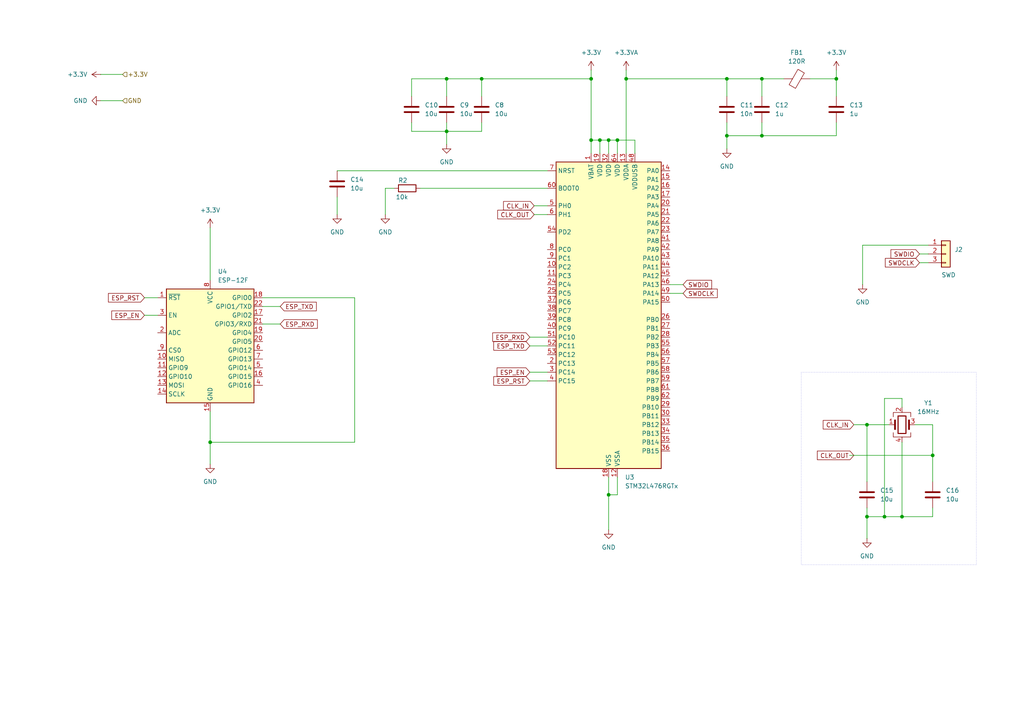
<source format=kicad_sch>
(kicad_sch (version 20231120) (generator "eeschema") (generator_version "8.0")
  (paper "A4")
  (lib_symbols
    (symbol "Connector_Generic:Conn_01x03" (pin_names (offset 1.016) hide)
      (property "Reference" "J" (at 0 5.08 0))
      (property "Value" "Conn_01x03" (at 0 -5.08 0))
      (symbol "Conn_01x03_1_1"
        (rectangle (start -1.27 -2.413) (end 0 -2.667) (stroke (width 0.1524)))
        (rectangle (start -1.27 0.127) (end 0 -0.127) (stroke (width 0.1524)))
        (rectangle (start -1.27 2.667) (end 0 2.413) (stroke (width 0.1524)))
        (rectangle (start -1.27 3.81) (end 1.27 -3.81) (stroke (width 0.254)) (fill (type background)))
        (pin passive line (at -5.08 2.54 0) (length 3.81) (name "Pin_1") (number "1"))
        (pin passive line (at -5.08 0 0) (length 3.81) (name "Pin_2") (number "2"))
        (pin passive line (at -5.08 -2.54 0) (length 3.81) (name "Pin_3") (number "3"))
      )
    )
    (symbol "Device:C" (pin_numbers hide) (pin_names (offset 0.254))
      (property "Reference" "C" (at 0.635 2.54 0))
      (property "Value" "C" (at 0.635 -2.54 0))
      (symbol "C_0_1"
        (polyline (pts (xy -2.032 -0.762) (xy 2.032 -0.762)) (stroke (width 0.508)))
        (polyline (pts (xy -2.032 0.762) (xy 2.032 0.762)) (stroke (width 0.508)))
      )
      (symbol "C_1_1"
        (pin passive line (at 0 3.81 270) (length 2.794) (name "~") (number "1"))
        (pin passive line (at 0 -3.81 90) (length 2.794) (name "~") (number "2"))
      )
    )
    (symbol "Device:Crystal_GND24" (pin_names (offset 1.016) hide)
      (property "Reference" "Y" (at 3.175 5.08 0))
      (property "Value" "Crystal_GND24" (at 3.175 3.175 0))
      (symbol "Crystal_GND24_0_1"
        (rectangle (start -1.143 2.54) (end 1.143 -2.54) (stroke (width 0.3048)))
        (polyline (pts (xy -2.54 0) (xy -2.032 0)))
        (polyline (pts (xy -2.032 -1.27) (xy -2.032 1.27)) (stroke (width 0.508)))
        (polyline (pts (xy 0 -3.81) (xy 0 -3.556)))
        (polyline (pts (xy 0 3.556) (xy 0 3.81)))
        (polyline (pts (xy 2.032 -1.27) (xy 2.032 1.27)) (stroke (width 0.508)))
        (polyline (pts (xy 2.032 0) (xy 2.54 0)))
        (polyline (pts (xy -2.54 -2.286) (xy -2.54 -3.556) (xy 2.54 -3.556) (xy 2.54 -2.286)))
        (polyline (pts (xy -2.54 2.286) (xy -2.54 3.556) (xy 2.54 3.556) (xy 2.54 2.286)))
      )
      (symbol "Crystal_GND24_1_1"
        (pin passive line (at -3.81 0 0) (length 1.27) (name "1") (number "1"))
        (pin passive line (at 0 5.08 270) (length 1.27) (name "2") (number "2"))
        (pin passive line (at 3.81 0 180) (length 1.27) (name "3") (number "3"))
        (pin passive line (at 0 -5.08 90) (length 1.27) (name "4") (number "4"))
      )
    )
    (symbol "Device:FerriteBead" (pin_numbers hide) (pin_names (offset 0))
      (property "Reference" "FB" (at -3.81 0.635 90))
      (property "Value" "FerriteBead" (at 3.81 0 90))
      (symbol "FerriteBead_0_1"
        (polyline (pts (xy 0 -1.27) (xy 0 -1.2192)))
        (polyline (pts (xy 0 1.27) (xy 0 1.2954)))
        (polyline (pts (xy -2.7686 0.4064) (xy -1.7018 2.2606) (xy 2.7686 -0.3048) (xy 1.6764 -2.159) (xy -2.7686 0.4064)))
      )
      (symbol "FerriteBead_1_1"
        (pin passive line (at 0 3.81 270) (length 2.54) (name "~") (number "1"))
        (pin passive line (at 0 -3.81 90) (length 2.54) (name "~") (number "2"))
      )
    )
    (symbol "Device:R" (pin_numbers hide) (pin_names (offset 0))
      (property "Reference" "R" (at 2.032 0 90))
      (property "Value" "R" (at 0 0 90))
      (symbol "R_0_1"
        (rectangle (start -1.016 -2.54) (end 1.016 2.54) (stroke (width 0.254)))
      )
      (symbol "R_1_1"
        (pin passive line (at 0 3.81 270) (length 1.27) (name "~") (number "1"))
        (pin passive line (at 0 -3.81 90) (length 1.27) (name "~") (number "2"))
      )
    )
    (symbol "MCU_ST_STM32L4:STM32L476RGTx"
      (property "Reference" "U" (at -15.24 46.99 0))
      (property "Value" "STM32L476RGTx" (at 10.16 46.99 0))
      (symbol "STM32L476RGTx_0_1"
        (rectangle (start -15.24 -43.18) (end 15.24 45.72) (stroke (width 0.254)) (fill (type background)))
      )
      (symbol "STM32L476RGTx_1_1"
        (pin power_in line (at -5.08 48.26 270) (length 2.54) (name "VBAT") (number "1"))
        (pin bidirectional line (at -17.78 15.24 0) (length 2.54) (name "PC2") (number "10"))
        (pin bidirectional line (at -17.78 12.7 0) (length 2.54) (name "PC3") (number "11"))
        (pin power_in line (at 2.54 -45.72 90) (length 2.54) (name "VSSA") (number "12"))
        (pin power_in line (at 5.08 48.26 270) (length 2.54) (name "VDDA") (number "13"))
        (pin bidirectional line (at 17.78 43.18 180) (length 2.54) (name "PA0") (number "14"))
        (pin bidirectional line (at 17.78 40.64 180) (length 2.54) (name "PA1") (number "15"))
        (pin bidirectional line (at 17.78 38.1 180) (length 2.54) (name "PA2") (number "16"))
        (pin bidirectional line (at 17.78 35.56 180) (length 2.54) (name "PA3") (number "17"))
        (pin power_in line (at 0 -45.72 90) (length 2.54) (name "VSS") (number "18"))
        (pin power_in line (at -2.54 48.26 270) (length 2.54) (name "VDD") (number "19"))
        (pin bidirectional line (at -17.78 -12.7 0) (length 2.54) (name "PC13") (number "2"))
        (pin bidirectional line (at 17.78 33.02 180) (length 2.54) (name "PA4") (number "20"))
        (pin bidirectional line (at 17.78 30.48 180) (length 2.54) (name "PA5") (number "21"))
        (pin bidirectional line (at 17.78 27.94 180) (length 2.54) (name "PA6") (number "22"))
        (pin bidirectional line (at 17.78 25.4 180) (length 2.54) (name "PA7") (number "23"))
        (pin bidirectional line (at -17.78 10.16 0) (length 2.54) (name "PC4") (number "24"))
        (pin bidirectional line (at -17.78 7.62 0) (length 2.54) (name "PC5") (number "25"))
        (pin bidirectional line (at 17.78 0 180) (length 2.54) (name "PB0") (number "26"))
        (pin bidirectional line (at 17.78 -2.54 180) (length 2.54) (name "PB1") (number "27"))
        (pin bidirectional line (at 17.78 -5.08 180) (length 2.54) (name "PB2") (number "28"))
        (pin bidirectional line (at 17.78 -25.4 180) (length 2.54) (name "PB10") (number "29"))
        (pin bidirectional line (at -17.78 -15.24 0) (length 2.54) (name "PC14") (number "3"))
        (pin bidirectional line (at 17.78 -27.94 180) (length 2.54) (name "PB11") (number "30"))
        (pin passive line (at 0 -45.72 90) (length 2.54) hide (name "VSS") (number "31"))
        (pin power_in line (at 0 48.26 270) (length 2.54) (name "VDD") (number "32"))
        (pin bidirectional line (at 17.78 -30.48 180) (length 2.54) (name "PB12") (number "33"))
        (pin bidirectional line (at 17.78 -33.02 180) (length 2.54) (name "PB13") (number "34"))
        (pin bidirectional line (at 17.78 -35.56 180) (length 2.54) (name "PB14") (number "35"))
        (pin bidirectional line (at 17.78 -38.1 180) (length 2.54) (name "PB15") (number "36"))
        (pin bidirectional line (at -17.78 5.08 0) (length 2.54) (name "PC6") (number "37"))
        (pin bidirectional line (at -17.78 2.54 0) (length 2.54) (name "PC7") (number "38"))
        (pin bidirectional line (at -17.78 0 0) (length 2.54) (name "PC8") (number "39"))
        (pin bidirectional line (at -17.78 -17.78 0) (length 2.54) (name "PC15") (number "4"))
        (pin bidirectional line (at -17.78 -2.54 0) (length 2.54) (name "PC9") (number "40"))
        (pin bidirectional line (at 17.78 22.86 180) (length 2.54) (name "PA8") (number "41"))
        (pin bidirectional line (at 17.78 20.32 180) (length 2.54) (name "PA9") (number "42"))
        (pin bidirectional line (at 17.78 17.78 180) (length 2.54) (name "PA10") (number "43"))
        (pin bidirectional line (at 17.78 15.24 180) (length 2.54) (name "PA11") (number "44"))
        (pin bidirectional line (at 17.78 12.7 180) (length 2.54) (name "PA12") (number "45"))
        (pin bidirectional line (at 17.78 10.16 180) (length 2.54) (name "PA13") (number "46"))
        (pin passive line (at 0 -45.72 90) (length 2.54) hide (name "VSS") (number "47"))
        (pin power_in line (at 7.62 48.26 270) (length 2.54) (name "VDDUSB") (number "48"))
        (pin bidirectional line (at 17.78 7.62 180) (length 2.54) (name "PA14") (number "49"))
        (pin bidirectional line (at -17.78 33.02 0) (length 2.54) (name "PH0") (number "5"))
        (pin bidirectional line (at 17.78 5.08 180) (length 2.54) (name "PA15") (number "50"))
        (pin bidirectional line (at -17.78 -5.08 0) (length 2.54) (name "PC10") (number "51"))
        (pin bidirectional line (at -17.78 -7.62 0) (length 2.54) (name "PC11") (number "52"))
        (pin bidirectional line (at -17.78 -10.16 0) (length 2.54) (name "PC12") (number "53"))
        (pin bidirectional line (at -17.78 25.4 0) (length 2.54) (name "PD2") (number "54"))
        (pin bidirectional line (at 17.78 -7.62 180) (length 2.54) (name "PB3") (number "55"))
        (pin bidirectional line (at 17.78 -10.16 180) (length 2.54) (name "PB4") (number "56"))
        (pin bidirectional line (at 17.78 -12.7 180) (length 2.54) (name "PB5") (number "57"))
        (pin bidirectional line (at 17.78 -15.24 180) (length 2.54) (name "PB6") (number "58"))
        (pin bidirectional line (at 17.78 -17.78 180) (length 2.54) (name "PB7") (number "59"))
        (pin bidirectional line (at -17.78 30.48 0) (length 2.54) (name "PH1") (number "6"))
        (pin input line (at -17.78 38.1 0) (length 2.54) (name "BOOT0") (number "60"))
        (pin bidirectional line (at 17.78 -20.32 180) (length 2.54) (name "PB8") (number "61"))
        (pin bidirectional line (at 17.78 -22.86 180) (length 2.54) (name "PB9") (number "62"))
        (pin passive line (at 0 -45.72 90) (length 2.54) hide (name "VSS") (number "63"))
        (pin power_in line (at 2.54 48.26 270) (length 2.54) (name "VDD") (number "64"))
        (pin input line (at -17.78 43.18 0) (length 2.54) (name "NRST") (number "7"))
        (pin bidirectional line (at -17.78 20.32 0) (length 2.54) (name "PC0") (number "8"))
        (pin bidirectional line (at -17.78 17.78 0) (length 2.54) (name "PC1") (number "9"))
      )
    )
    (symbol "RF_Module:ESP-12F"
      (property "Reference" "U" (at -12.7 19.05 0))
      (property "Value" "ESP-12F" (at 12.7 19.05 0))
      (symbol "ESP-12F_0_1"
        (rectangle (start -12.7 17.78) (end 12.7 -15.24) (stroke (width 0.254)) (fill (type background)))
      )
      (symbol "ESP-12F_1_1"
        (pin input line (at -15.24 15.24 0) (length 2.54) (name "~{RST}") (number "1"))
        (pin bidirectional line (at -15.24 -2.54 0) (length 2.54) (name "MISO") (number "10"))
        (pin bidirectional line (at -15.24 -5.08 0) (length 2.54) (name "GPIO9") (number "11"))
        (pin bidirectional line (at -15.24 -7.62 0) (length 2.54) (name "GPIO10") (number "12"))
        (pin bidirectional line (at -15.24 -10.16 0) (length 2.54) (name "MOSI") (number "13"))
        (pin bidirectional line (at -15.24 -12.7 0) (length 2.54) (name "SCLK") (number "14"))
        (pin power_in line (at 0 -17.78 90) (length 2.54) (name "GND") (number "15"))
        (pin bidirectional line (at 15.24 -7.62 180) (length 2.54) (name "GPIO15") (number "16"))
        (pin bidirectional line (at 15.24 10.16 180) (length 2.54) (name "GPIO2") (number "17"))
        (pin bidirectional line (at 15.24 15.24 180) (length 2.54) (name "GPIO0") (number "18"))
        (pin bidirectional line (at 15.24 5.08 180) (length 2.54) (name "GPIO4") (number "19"))
        (pin input line (at -15.24 5.08 0) (length 2.54) (name "ADC") (number "2"))
        (pin bidirectional line (at 15.24 2.54 180) (length 2.54) (name "GPIO5") (number "20"))
        (pin bidirectional line (at 15.24 7.62 180) (length 2.54) (name "GPIO3/RXD") (number "21"))
        (pin bidirectional line (at 15.24 12.7 180) (length 2.54) (name "GPIO1/TXD") (number "22"))
        (pin input line (at -15.24 10.16 0) (length 2.54) (name "EN") (number "3"))
        (pin bidirectional line (at 15.24 -10.16 180) (length 2.54) (name "GPIO16") (number "4"))
        (pin bidirectional line (at 15.24 -5.08 180) (length 2.54) (name "GPIO14") (number "5"))
        (pin bidirectional line (at 15.24 0 180) (length 2.54) (name "GPIO12") (number "6"))
        (pin bidirectional line (at 15.24 -2.54 180) (length 2.54) (name "GPIO13") (number "7"))
        (pin power_in line (at 0 20.32 270) (length 2.54) (name "VCC") (number "8"))
        (pin input line (at -15.24 0 0) (length 2.54) (name "CS0") (number "9"))
      )
    )
    (symbol "power:+3.3V" (power) (pin_numbers hide) (pin_names (offset 0) hide)
      (property "Value" "+3.3V" (at 0 3.556 0))
      (symbol "+3.3V_0_1"
        (polyline (pts (xy -0.762 1.27) (xy 0 2.54)))
        (polyline (pts (xy 0 0) (xy 0 2.54)))
        (polyline (pts (xy 0 2.54) (xy 0.762 1.27)))
      )
      (symbol "+3.3V_1_1"
        (pin power_in line (at 0 0 90) (length 0) (name "~") (number "1"))
      )
    )
    (symbol "power:+3.3VA" (power) (pin_numbers hide) (pin_names (offset 0) hide)
      (property "Value" "+3.3VA" (at 0 3.556 0))
      (symbol "+3.3VA_0_1"
        (polyline (pts (xy -0.762 1.27) (xy 0 2.54)))
        (polyline (pts (xy 0 0) (xy 0 2.54)))
        (polyline (pts (xy 0 2.54) (xy 0.762 1.27)))
      )
      (symbol "+3.3VA_1_1"
        (pin power_in line (at 0 0 90) (length 0) (name "~") (number "1"))
      )
    )
    (symbol "power:GND" (power) (pin_numbers hide) (pin_names (offset 0) hide)
      (property "Value" "GND" (at 0 -3.81 0))
      (symbol "GND_0_1"
        (polyline (pts (xy 0 0) (xy 0 -1.27) (xy 1.27 -1.27) (xy 0 -2.54) (xy -1.27 -1.27) (xy 0 -1.27)))
      )
      (symbol "GND_1_1"
        (pin power_in line (at 0 0 270) (length 0) (name "~") (number "1"))
      )
    )
  )
  (junction (at 176.53 40.64))
  (junction (at 60.96 128.27))
  (junction (at 270.51 132.08))
  (junction (at 256.54 149.86))
  (junction (at 129.54 22.86))
  (junction (at 251.46 149.86))
  (junction (at 220.98 39.37))
  (junction (at 139.7 22.86))
  (junction (at 181.61 22.86))
  (junction (at 261.62 149.86))
  (junction (at 220.98 22.86))
  (junction (at 179.07 40.64))
  (junction (at 251.46 123.19))
  (junction (at 210.82 22.86))
  (junction (at 171.45 22.86))
  (junction (at 242.57 22.86))
  (junction (at 171.45 40.64))
  (junction (at 176.53 143.51))
  (junction (at 129.54 38.1))
  (junction (at 173.99 40.64))
  (junction (at 210.82 39.37))
  (wire (pts (xy 139.7 22.86) (xy 139.7 27.94)))
  (wire (pts (xy 220.98 39.37) (xy 210.82 39.37)))
  (wire (pts (xy 242.57 22.86) (xy 242.57 27.94)))
  (wire (pts (xy 176.53 143.51) (xy 176.53 153.67)))
  (wire (pts (xy 114.3 54.61) (xy 111.76 54.61)))
  (wire (pts (xy 41.91 86.36) (xy 45.72 86.36)))
  (wire (pts (xy 265.43 123.19) (xy 270.51 123.19)))
  (wire (pts (xy 139.7 22.86) (xy 171.45 22.86)))
  (wire (pts (xy 246.38 132.08) (xy 270.51 132.08)))
  (wire (pts (xy 256.54 115.57) (xy 256.54 149.86)))
  (wire (pts (xy 154.94 59.69) (xy 158.75 59.69)))
  (wire (pts (xy 181.61 22.86) (xy 181.61 44.45)))
  (wire (pts (xy 171.45 22.86) (xy 171.45 40.64)))
  (wire (pts (xy 171.45 40.64) (xy 171.45 44.45)))
  (wire (pts (xy 266.7 76.2) (xy 269.24 76.2)))
  (wire (pts (xy 153.67 110.49) (xy 158.75 110.49)))
  (wire (pts (xy 220.98 22.86) (xy 227.33 22.86)))
  (wire (pts (xy 154.94 62.23) (xy 158.75 62.23)))
  (wire (pts (xy 251.46 123.19) (xy 257.81 123.19)))
  (wire (pts (xy 60.96 128.27) (xy 60.96 134.62)))
  (wire (pts (xy 29.21 29.21) (xy 35.56 29.21)))
  (wire (pts (xy 261.62 128.27) (xy 261.62 149.86)))
  (wire (pts (xy 266.7 73.66) (xy 269.24 73.66)))
  (wire (pts (xy 210.82 22.86) (xy 181.61 22.86)))
  (wire (pts (xy 234.95 22.86) (xy 242.57 22.86)))
  (wire (pts (xy 76.2 86.36) (xy 102.87 86.36)))
  (wire (pts (xy 102.87 128.27) (xy 60.96 128.27)))
  (wire (pts (xy 220.98 39.37) (xy 242.57 39.37)))
  (wire (pts (xy 102.87 86.36) (xy 102.87 128.27)))
  (wire (pts (xy 184.15 44.45) (xy 184.15 40.64)))
  (wire (pts (xy 111.76 54.61) (xy 111.76 62.23)))
  (wire (pts (xy 129.54 22.86) (xy 139.7 22.86)))
  (wire (pts (xy 153.67 100.33) (xy 158.75 100.33)))
  (wire (pts (xy 179.07 143.51) (xy 176.53 143.51)))
  (wire (pts (xy 129.54 35.56) (xy 129.54 38.1)))
  (wire (pts (xy 247.65 123.19) (xy 251.46 123.19)))
  (wire (pts (xy 184.15 40.64) (xy 179.07 40.64)))
  (wire (pts (xy 60.96 119.38) (xy 60.96 128.27)))
  (wire (pts (xy 261.62 115.57) (xy 256.54 115.57)))
  (wire (pts (xy 194.31 85.09) (xy 198.12 85.09)))
  (wire (pts (xy 129.54 22.86) (xy 129.54 27.94)))
  (wire (pts (xy 153.67 97.79) (xy 158.75 97.79)))
  (wire (pts (xy 76.2 88.9) (xy 81.28 88.9)))
  (wire (pts (xy 270.51 132.08) (xy 270.51 139.7)))
  (wire (pts (xy 220.98 27.94) (xy 220.98 22.86)))
  (wire (pts (xy 250.19 71.12) (xy 250.19 82.55)))
  (wire (pts (xy 179.07 44.45) (xy 179.07 40.64)))
  (wire (pts (xy 220.98 35.56) (xy 220.98 39.37)))
  (wire (pts (xy 251.46 149.86) (xy 251.46 156.21)))
  (wire (pts (xy 119.38 35.56) (xy 119.38 38.1)))
  (wire (pts (xy 270.51 147.32) (xy 270.51 149.86)))
  (wire (pts (xy 181.61 20.32) (xy 181.61 22.86)))
  (wire (pts (xy 121.92 54.61) (xy 158.75 54.61)))
  (wire (pts (xy 119.38 38.1) (xy 129.54 38.1)))
  (wire (pts (xy 256.54 149.86) (xy 251.46 149.86)))
  (wire (pts (xy 251.46 149.86) (xy 251.46 147.32)))
  (wire (pts (xy 153.67 107.95) (xy 158.75 107.95)))
  (wire (pts (xy 97.79 57.15) (xy 97.79 62.23)))
  (wire (pts (xy 242.57 35.56) (xy 242.57 39.37)))
  (wire (pts (xy 179.07 138.43) (xy 179.07 143.51)))
  (wire (pts (xy 139.7 38.1) (xy 129.54 38.1)))
  (wire (pts (xy 176.53 138.43) (xy 176.53 143.51)))
  (wire (pts (xy 269.24 71.12) (xy 250.19 71.12)))
  (wire (pts (xy 176.53 44.45) (xy 176.53 40.64)))
  (wire (pts (xy 242.57 20.32) (xy 242.57 22.86)))
  (wire (pts (xy 119.38 22.86) (xy 119.38 27.94)))
  (wire (pts (xy 139.7 35.56) (xy 139.7 38.1)))
  (wire (pts (xy 261.62 149.86) (xy 256.54 149.86)))
  (wire (pts (xy 29.21 21.59) (xy 35.56 21.59)))
  (wire (pts (xy 251.46 123.19) (xy 251.46 139.7)))
  (wire (pts (xy 176.53 40.64) (xy 179.07 40.64)))
  (wire (pts (xy 129.54 38.1) (xy 129.54 41.91)))
  (wire (pts (xy 171.45 20.32) (xy 171.45 22.86)))
  (wire (pts (xy 41.91 91.44) (xy 45.72 91.44)))
  (wire (pts (xy 97.79 49.53) (xy 158.75 49.53)))
  (wire (pts (xy 210.82 35.56) (xy 210.82 39.37)))
  (wire (pts (xy 210.82 27.94) (xy 210.82 22.86)))
  (wire (pts (xy 210.82 39.37) (xy 210.82 43.18)))
  (wire (pts (xy 119.38 22.86) (xy 129.54 22.86)))
  (wire (pts (xy 220.98 22.86) (xy 210.82 22.86)))
  (wire (pts (xy 60.96 66.04) (xy 60.96 81.28)))
  (wire (pts (xy 261.62 118.11) (xy 261.62 115.57)))
  (wire (pts (xy 76.2 93.98) (xy 81.28 93.98)))
  (wire (pts (xy 173.99 44.45) (xy 173.99 40.64)))
  (wire (pts (xy 173.99 40.64) (xy 176.53 40.64)))
  (wire (pts (xy 194.31 82.55) (xy 198.12 82.55)))
  (wire (pts (xy 270.51 149.86) (xy 261.62 149.86)))
  (wire (pts (xy 270.51 123.19) (xy 270.51 132.08)))
  (wire (pts (xy 171.45 40.64) (xy 173.99 40.64)))
  (rectangle (start 232.41 107.95) (end 283.21 163.83) (stroke (width 0.0508) (type dot)))
  (global_label "ESP_RST" (shape input) (at 41.91 86.36 180) (property "Intersheetrefs" "${INTERSHEET_REFS}" (effects (hide yes))))
  (global_label "SWDIO" (shape input) (at 266.7 73.66 180) (property "Intersheetrefs" "${INTERSHEET_REFS}" (effects (hide yes))))
  (global_label "ESP_RST" (shape input) (at 153.67 110.49 180) (property "Intersheetrefs" "${INTERSHEET_REFS}" (effects (hide yes))))
  (global_label "CLK_OUT" (shape input) (at 154.94 62.23 180) (property "Intersheetrefs" "${INTERSHEET_REFS}" (effects (hide yes))))
  (global_label "ESP_RXD" (shape input) (at 153.67 97.79 180) (property "Intersheetrefs" "${INTERSHEET_REFS}" (effects (hide yes))))
  (global_label "CLK_IN" (shape input) (at 154.94 59.69 180) (property "Intersheetrefs" "${INTERSHEET_REFS}" (effects (hide yes))))
  (global_label "SWDCLK" (shape input) (at 266.7 76.2 180) (property "Intersheetrefs" "${INTERSHEET_REFS}" (effects (hide yes))))
  (global_label "ESP_EN" (shape input) (at 41.91 91.44 180) (property "Intersheetrefs" "${INTERSHEET_REFS}" (effects (hide yes))))
  (global_label "ESP_EN" (shape input) (at 153.67 107.95 180) (property "Intersheetrefs" "${INTERSHEET_REFS}" (effects (hide yes))))
  (global_label "CLK_IN" (shape input) (at 247.65 123.19 180) (property "Intersheetrefs" "${INTERSHEET_REFS}" (effects (hide yes))))
  (global_label "ESP_TXD" (shape input) (at 153.67 100.33 180) (property "Intersheetrefs" "${INTERSHEET_REFS}" (effects (hide yes))))
  (global_label "ESP_RXD" (shape input) (at 81.28 93.98 0) (property "Intersheetrefs" "${INTERSHEET_REFS}" (effects (hide yes))))
  (global_label "SWDIO" (shape input) (at 198.12 82.55 0) (property "Intersheetrefs" "${INTERSHEET_REFS}" (effects (hide yes))))
  (global_label "CLK_OUT" (shape input) (at 247.65 132.08 180) (property "Intersheetrefs" "${INTERSHEET_REFS}" (effects (hide yes))))
  (global_label "ESP_TXD" (shape input) (at 81.28 88.9 0) (property "Intersheetrefs" "${INTERSHEET_REFS}" (effects (hide yes))))
  (global_label "SWDCLK" (shape input) (at 198.12 85.09 0) (property "Intersheetrefs" "${INTERSHEET_REFS}" (effects (hide yes))))
  (hierarchical_label "GND" (shape input) (at 35.56 29.21 0))
  (hierarchical_label "+3.3V" (shape input) (at 35.56 21.59 0))
  (symbol (lib_id "Device:C") (at 129.54 31.75 0) (unit 1)
    (property "Reference" "C9" (at 133.35 30.4799 0) (effects (justify left)))
    (property "Value" "10u" (at 133.35 33.0199 0) (effects (justify left)))
    (property "Footprint" "Capacitor_SMD:C_0603_1608Metric_Pad1.08x0.95mm_HandSolder" (effects (hide yes)))
    (property "Description" "Unpolarized capacitor" (effects (hide yes)))
  )
  (symbol (lib_id "power:GND") (at 176.53 153.67 0) (unit 1)
    (property "Reference" "#PWR015" (effects (hide yes)))
    (property "Value" "GND" (at 176.53 158.75 0))
    (property "Description" "Power symbol creates a global label with name \"GND\" , ground" (effects (hide yes)))
  )
  (symbol (lib_id "Device:C") (at 251.46 143.51 0) (unit 1)
    (property "Reference" "C15" (at 255.27 142.2399 0) (effects (justify left)))
    (property "Value" "10u" (at 255.27 144.7799 0) (effects (justify left)))
    (property "Footprint" "Capacitor_SMD:C_0603_1608Metric_Pad1.08x0.95mm_HandSolder" (effects (hide yes)))
    (property "Description" "Unpolarized capacitor" (effects (hide yes)))
  )
  (symbol (lib_id "MCU_ST_STM32L4:STM32L476RGTx") (at 176.53 92.71 0) (unit 1)
    (property "Reference" "U3" (at 181.2641 138.43 0) (effects (justify left)))
    (property "Value" "STM32L476RGTx" (at 181.2641 140.97 0) (effects (justify left)))
    (property "Footprint" "Package_QFP:LQFP-64_10x10mm_P0.5mm" (effects (hide yes)))
    (property "Datasheet" "https://www.st.com/resource/en/datasheet/stm32l476rg.pdf" (effects (hide yes)))
    (property "Description" "STMicroelectronics Arm Cortex-M4 MCU, 1024KB flash, 128KB RAM, 80 MHz, 1.71-3.6V, 51 GPIO, LQFP64" (effects (hide yes)))
  )
  (symbol (lib_id "Device:Crystal_GND24") (at 261.62 123.19 0) (unit 1)
    (property "Reference" "Y1" (at 269.24 116.8714 0))
    (property "Value" "16MHz" (at 269.24 119.4114 0))
    (property "Footprint" "Crystal:Crystal_SMD_3225-4Pin_3.2x2.5mm_HandSoldering" (effects (hide yes)))
    (property "Description" "Four pin crystal, GND on pins 2 and 4" (effects (hide yes)))
  )
  (symbol (lib_id "power:+3.3VA") (at 181.61 20.32 0) (unit 1)
    (property "Reference" "#PWR017" (effects (hide yes)))
    (property "Value" "+3.3VA" (at 181.61 15.24 0))
    (property "Description" "Power symbol creates a global label with name \"+3.3VA\"" (effects (hide yes)))
  )
  (symbol (lib_id "power:+3.3V") (at 171.45 20.32 0) (unit 1)
    (property "Reference" "#PWR016" (effects (hide yes)))
    (property "Value" "+3.3V" (at 171.45 15.24 0))
    (property "Description" "Power symbol creates a global label with name \"+3.3V\"" (effects (hide yes)))
  )
  (symbol (lib_id "Device:C") (at 242.57 31.75 0) (unit 1)
    (property "Reference" "C13" (at 246.38 30.4799 0) (effects (justify left)))
    (property "Value" "1u" (at 246.38 33.0199 0) (effects (justify left)))
    (property "Footprint" "Capacitor_SMD:C_0603_1608Metric_Pad1.08x0.95mm_HandSolder" (effects (hide yes)))
    (property "Description" "Unpolarized capacitor" (effects (hide yes)))
  )
  (symbol (lib_id "power:GND") (at 129.54 41.91 0) (unit 1)
    (property "Reference" "#PWR018" (effects (hide yes)))
    (property "Value" "GND" (at 129.54 46.99 0))
    (property "Description" "Power symbol creates a global label with name \"GND\" , ground" (effects (hide yes)))
  )
  (symbol (lib_id "power:GND") (at 97.79 62.23 0) (unit 1)
    (property "Reference" "#PWR021" (effects (hide yes)))
    (property "Value" "GND" (at 97.79 67.31 0))
    (property "Description" "Power symbol creates a global label with name \"GND\" , ground" (effects (hide yes)))
  )
  (symbol (lib_id "power:GND") (at 251.46 156.21 0) (unit 1)
    (property "Reference" "#PWR023" (effects (hide yes)))
    (property "Value" "GND" (at 251.46 161.29 0))
    (property "Description" "Power symbol creates a global label with name \"GND\" , ground" (effects (hide yes)))
  )
  (symbol (lib_id "Device:C") (at 97.79 53.34 0) (unit 1)
    (property "Reference" "C14" (at 101.6 52.0699 0) (effects (justify left)))
    (property "Value" "10u" (at 101.6 54.6099 0) (effects (justify left)))
    (property "Footprint" "Capacitor_SMD:C_0603_1608Metric_Pad1.08x0.95mm_HandSolder" (effects (hide yes)))
    (property "Description" "Unpolarized capacitor" (effects (hide yes)))
  )
  (symbol (lib_id "Device:C") (at 270.51 143.51 0) (unit 1)
    (property "Reference" "C16" (at 274.32 142.2399 0) (effects (justify left)))
    (property "Value" "10u" (at 274.32 144.7799 0) (effects (justify left)))
    (property "Footprint" "Capacitor_SMD:C_0603_1608Metric_Pad1.08x0.95mm_HandSolder" (effects (hide yes)))
    (property "Description" "Unpolarized capacitor" (effects (hide yes)))
  )
  (symbol (lib_id "power:GND") (at 29.21 29.21 270) (unit 1)
    (property "Reference" "#PWR014" (effects (hide yes)))
    (property "Value" "GND" (at 25.4 29.2099 90) (effects (justify right)))
    (property "Description" "Power symbol creates a global label with name \"GND\" , ground" (effects (hide yes)))
  )
  (symbol (lib_id "RF_Module:ESP-12F") (at 60.96 101.6 0) (unit 1)
    (property "Reference" "U4" (at 63.1541 78.74 0) (effects (justify left)))
    (property "Value" "ESP-12F" (at 63.1541 81.28 0) (effects (justify left)))
    (property "Footprint" "RF_Module:ESP-12E" (effects (hide yes)))
    (property "Datasheet" "http://wiki.ai-thinker.com/_media/esp8266/esp8266_series_modules_user_manual_v1.1.pdf" (effects (hide yes)))
    (property "Description" "802.11 b/g/n Wi-Fi Module" (effects (hide yes)))
  )
  (symbol (lib_id "Device:C") (at 220.98 31.75 0) (unit 1)
    (property "Reference" "C12" (at 224.79 30.4799 0) (effects (justify left)))
    (property "Value" "1u" (at 224.79 33.0199 0) (effects (justify left)))
    (property "Footprint" "Capacitor_SMD:C_0603_1608Metric_Pad1.08x0.95mm_HandSolder" (effects (hide yes)))
    (property "Description" "Unpolarized capacitor" (effects (hide yes)))
  )
  (symbol (lib_id "power:GND") (at 60.96 134.62 0) (unit 1)
    (property "Reference" "#PWR012" (effects (hide yes)))
    (property "Value" "GND" (at 60.96 139.7 0))
    (property "Description" "Power symbol creates a global label with name \"GND\" , ground" (effects (hide yes)))
  )
  (symbol (lib_id "power:+3.3V") (at 60.96 66.04 0) (unit 1)
    (property "Reference" "#PWR011" (effects (hide yes)))
    (property "Value" "+3.3V" (at 60.96 60.96 0))
    (property "Description" "Power symbol creates a global label with name \"+3.3V\"" (effects (hide yes)))
  )
  (symbol (lib_id "Device:C") (at 119.38 31.75 0) (unit 1)
    (property "Reference" "C10" (at 123.19 30.4799 0) (effects (justify left)))
    (property "Value" "10u" (at 123.19 33.0199 0) (effects (justify left)))
    (property "Footprint" "Capacitor_SMD:C_0603_1608Metric_Pad1.08x0.95mm_HandSolder" (effects (hide yes)))
    (property "Description" "Unpolarized capacitor" (effects (hide yes)))
  )
  (symbol (lib_id "Device:FerriteBead") (at 231.14 22.86 90) (unit 1)
    (property "Reference" "FB1" (at 231.0892 15.24 90))
    (property "Value" "120R" (at 231.0892 17.78 90))
    (property "Footprint" "Inductor_SMD:L_0603_1608Metric_Pad1.05x0.95mm_HandSolder" (effects (hide yes)))
    (property "Description" "Ferrite bead" (effects (hide yes)))
  )
  (symbol (lib_id "Device:C") (at 210.82 31.75 0) (unit 1)
    (property "Reference" "C11" (at 214.63 30.4799 0) (effects (justify left)))
    (property "Value" "10n" (at 214.63 33.0199 0) (effects (justify left)))
    (property "Footprint" "Capacitor_SMD:C_0603_1608Metric_Pad1.08x0.95mm_HandSolder" (effects (hide yes)))
    (property "Description" "Unpolarized capacitor" (effects (hide yes)))
  )
  (symbol (lib_id "power:+3.3V") (at 242.57 20.32 0) (unit 1)
    (property "Reference" "#PWR020" (effects (hide yes)))
    (property "Value" "+3.3V" (at 242.57 15.24 0))
    (property "Description" "Power symbol creates a global label with name \"+3.3V\"" (effects (hide yes)))
  )
  (symbol (lib_id "Device:C") (at 139.7 31.75 0) (unit 1)
    (property "Reference" "C8" (at 143.51 30.4799 0) (effects (justify left)))
    (property "Value" "10u" (at 143.51 33.0199 0) (effects (justify left)))
    (property "Footprint" "Capacitor_SMD:C_0603_1608Metric_Pad1.08x0.95mm_HandSolder" (effects (hide yes)))
    (property "Description" "Unpolarized capacitor" (effects (hide yes)))
  )
  (symbol (lib_id "power:GND") (at 210.82 43.18 0) (unit 1)
    (property "Reference" "#PWR019" (effects (hide yes)))
    (property "Value" "GND" (at 210.82 48.26 0))
    (property "Description" "Power symbol creates a global label with name \"GND\" , ground" (effects (hide yes)))
  )
  (symbol (lib_id "Device:R") (at 118.11 54.61 90) (unit 1)
    (property "Reference" "R2" (at 116.84 52.324 90))
    (property "Value" "10k" (at 116.586 57.15 90))
    (property "Footprint" "Resistor_SMD:R_0603_1608Metric_Pad0.98x0.95mm_HandSolder" (effects (hide yes)))
    (property "Description" "Resistor" (effects (hide yes)))
  )
  (symbol (lib_id "power:GND") (at 111.76 62.23 0) (unit 1)
    (property "Reference" "#PWR022" (effects (hide yes)))
    (property "Value" "GND" (at 111.76 67.31 0))
    (property "Description" "Power symbol creates a global label with name \"GND\" , ground" (effects (hide yes)))
  )
  (symbol (lib_id "Connector_Generic:Conn_01x03") (at 274.32 73.66 0) (unit 1)
    (property "Reference" "J2" (at 276.86 72.3899 0) (effects (justify left)))
    (property "Value" "SWD" (at 273.05 79.756 0) (effects (justify left)))
    (property "Footprint" "Connector_PinHeader_1.00mm:PinHeader_1x03_P1.00mm_Vertical" (effects (hide yes)))
    (property "Description" "Generic connector, single row, 01x03, script generated (kicad-library-utils/schlib/autogen/connector/)" (effects (hide yes)))
  )
  (symbol (lib_id "power:+3.3V") (at 29.21 21.59 90) (unit 1)
    (property "Reference" "#PWR013" (effects (hide yes)))
    (property "Value" "+3.3V" (at 25.4 21.5899 90) (effects (justify left)))
    (property "Description" "Power symbol creates a global label with name \"+3.3V\"" (effects (hide yes)))
  )
  (symbol (lib_id "power:GND") (at 250.19 82.55 0) (unit 1)
    (property "Reference" "#PWR024" (effects (hide yes)))
    (property "Value" "GND" (at 250.19 87.63 0))
    (property "Description" "Power symbol creates a global label with name \"GND\" , ground" (effects (hide yes)))
  )
)
</source>
